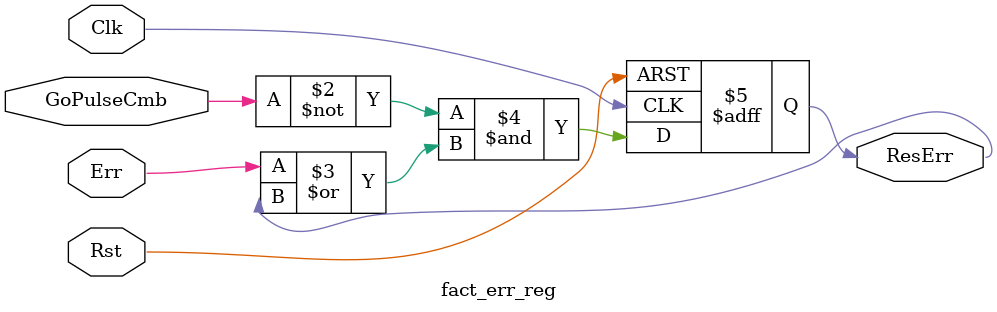
<source format=v>
`timescale 1ns / 1ps

module fact_err_reg(
        input Clk, Rst, GoPulseCmb, Err,
        output reg ResErr
    );
    
    always @ (posedge Clk, posedge Rst) 
    begin
        if (Rst)
            ResErr <= 1'b0;
        else
            ResErr <= (~GoPulseCmb) & (Err | ResErr);
    end
endmodule

</source>
